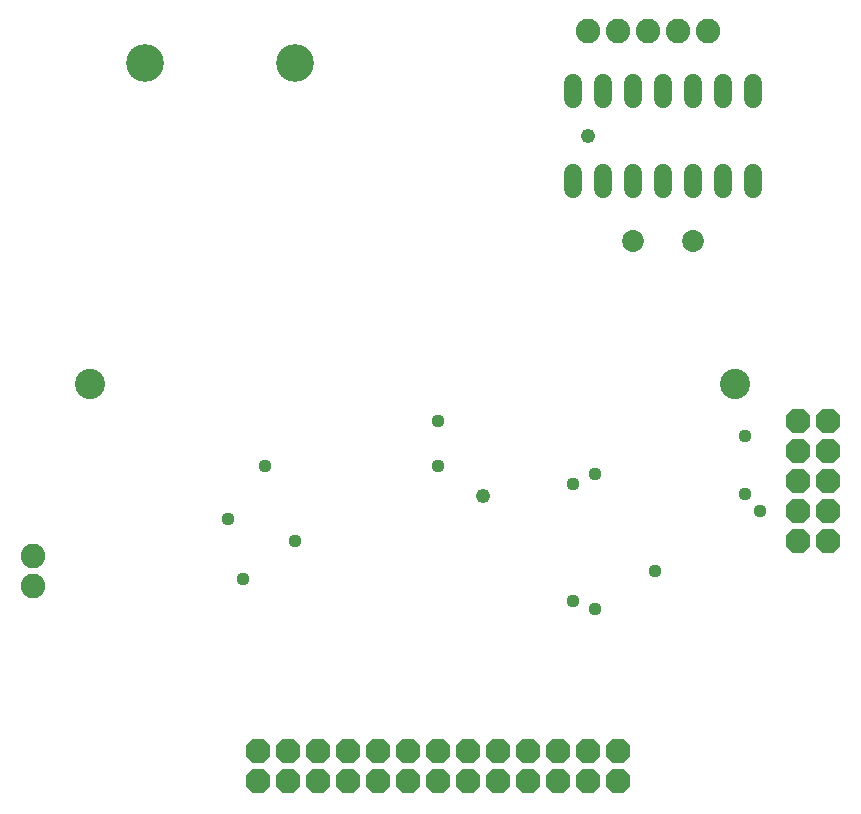
<source format=gbs>
G75*
G70*
%OFA0B0*%
%FSLAX24Y24*%
%IPPOS*%
%LPD*%
%AMOC8*
5,1,8,0,0,1.08239X$1,22.5*
%
%ADD10C,0.0600*%
%ADD11C,0.0730*%
%ADD12C,0.0820*%
%ADD13OC8,0.0820*%
%ADD14C,0.1009*%
%ADD15C,0.1261*%
%ADD16C,0.0437*%
%ADD17C,0.0480*%
D10*
X019100Y020840D02*
X019100Y021360D01*
X020100Y021360D02*
X020100Y020840D01*
X021100Y020840D02*
X021100Y021360D01*
X022100Y021360D02*
X022100Y020840D01*
X023100Y020840D02*
X023100Y021360D01*
X024100Y021360D02*
X024100Y020840D01*
X025100Y020840D02*
X025100Y021360D01*
X025100Y023840D02*
X025100Y024360D01*
X024100Y024360D02*
X024100Y023840D01*
X023100Y023840D02*
X023100Y024360D01*
X022100Y024360D02*
X022100Y023840D01*
X021100Y023840D02*
X021100Y024360D01*
X020100Y024360D02*
X020100Y023840D01*
X019100Y023840D02*
X019100Y024360D01*
D11*
X021100Y019100D03*
X023100Y019100D03*
D12*
X001100Y007600D03*
X001100Y008600D03*
X019600Y026100D03*
X020600Y026100D03*
X021600Y026100D03*
X022600Y026100D03*
X023600Y026100D03*
D13*
X026600Y013100D03*
X026600Y012100D03*
X026600Y011100D03*
X026600Y010100D03*
X026600Y009100D03*
X027600Y009100D03*
X027600Y010100D03*
X027600Y011100D03*
X027600Y012100D03*
X027600Y013100D03*
X020600Y002100D03*
X019600Y002100D03*
X019600Y001100D03*
X020600Y001100D03*
X018600Y001100D03*
X017600Y001100D03*
X017600Y002100D03*
X018600Y002100D03*
X016600Y002100D03*
X015600Y002100D03*
X015600Y001100D03*
X016600Y001100D03*
X014600Y001100D03*
X013600Y001100D03*
X013600Y002100D03*
X014600Y002100D03*
X012600Y002100D03*
X011600Y002100D03*
X011600Y001100D03*
X012600Y001100D03*
X010600Y001100D03*
X009600Y001100D03*
X009600Y002100D03*
X010600Y002100D03*
X008600Y002100D03*
X008600Y001100D03*
D14*
X003002Y014350D03*
X024498Y014350D03*
D15*
X009824Y025047D03*
X004824Y025047D03*
D16*
X014600Y013100D03*
X014600Y011600D03*
X014600Y011600D03*
X019100Y011002D03*
X019850Y011350D03*
X021850Y008100D03*
X019850Y006850D03*
X019100Y007100D03*
X024850Y010663D03*
X025350Y010100D03*
X024850Y012600D03*
X009850Y009100D03*
X009850Y009100D03*
X008100Y007850D03*
X007600Y009850D03*
X008850Y011600D03*
D17*
X016100Y010600D03*
X019600Y022600D03*
M02*

</source>
